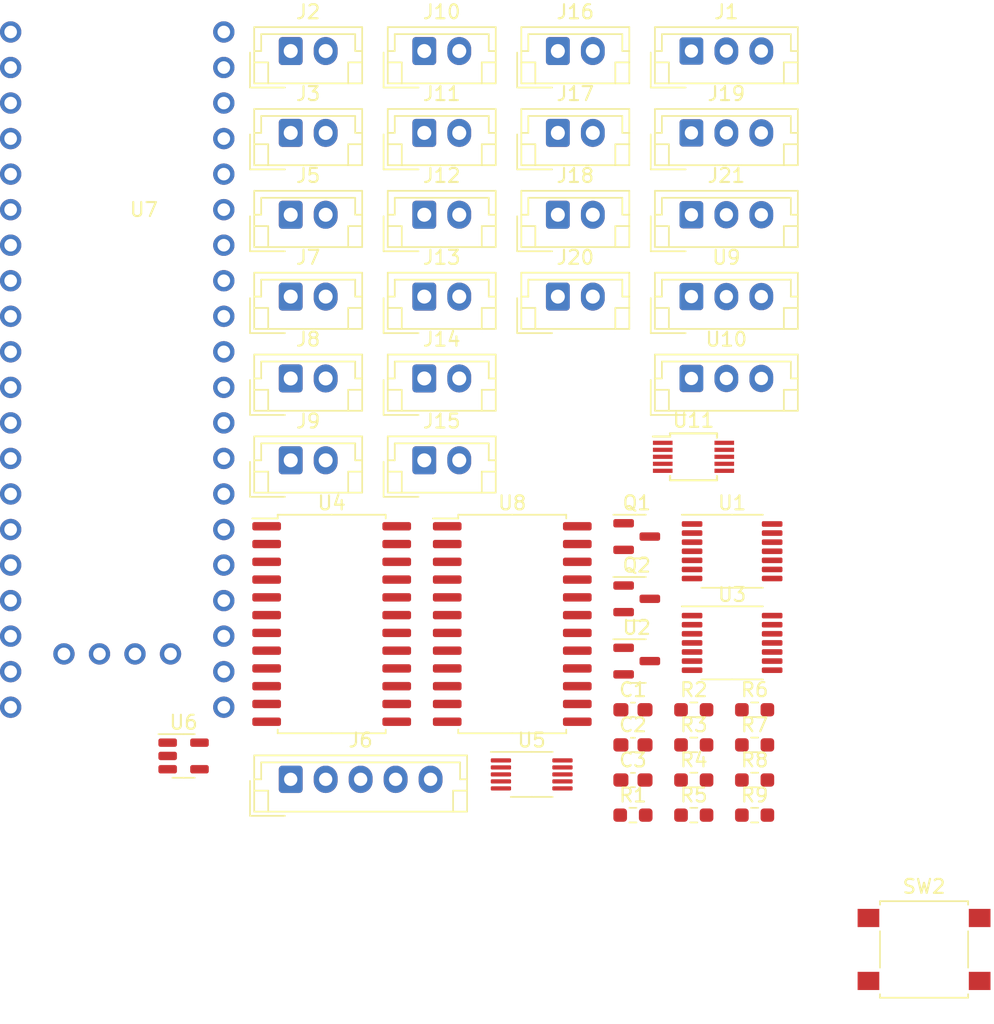
<source format=kicad_pcb>
(kicad_pcb (version 20221018) (generator pcbnew)
  (layers (0 "F.Cu" signal) (31 "B.Cu" signal) (34 "B.Paste" user) (35 "F.Paste" user) (36 "B.SilkS" user "B.Silkscreen") (37 "F.SilkS" user "F.Silkscreen") (38 "B.Mask" user) (39 "F.Mask" user) (44 "Edge.Cuts" user))
  (net 0 "")
  (net 1 "3.3V")
  (net 2 "0")
  (net 3 "1.8V")
  (net 4 "5V")
  (net 5 "12V")
  (net 6 "Net-(J2-Pin_2)")
  (net 7 "Net-(J3-Pin_2)")
  (net 8 "D0")
  (net 9 "A0")
  (net 10 "COMMON_MUX_A")
  (net 11 "COMMON_MUX_B")
  (net 12 "DIVIDER")
  (net 13 "D1")
  (net 14 "A1")
  (net 15 "D2")
  (net 16 "A2")
  (net 17 "D4")
  (net 18 "A4")
  (net 19 "D5")
  (net 20 "A5")
  (net 21 "D6")
  (net 22 "A6")
  (net 23 "D3")
  (net 24 "A3")
  (net 25 "D8")
  (net 26 "A8")
  (net 27 "D9")
  (net 28 "A9")
  (net 29 "D10")
  (net 30 "A10")
  (net 31 "D11")
  (net 32 "A11")
  (net 33 "D12")
  (net 34 "A12")
  (net 35 "D13")
  (net 36 "A13")
  (net 37 "input_sense")
  (net 39 "D7")
  (net 40 "A7")
  (net 41 "input_10")
  (net 42 "input_1000")
  (net 43 "MIXER")
  (net 44 "Net-(Q1-G)")
  (net 45 "Net-(Q2-G)")
  (net 46 "4V_ref")
  (net 47 "Net-(R2-Pad2)")
  (net 48 "FC1")
  (net 49 "FC2")
  (net 50 "DIVIDER_R")
  (net 51 "Net-(SW2-A-Pad1)")
  (net 52 "Net-(U11-IN+)")
  (net 53 "Net-(U1A-+)")
  (net 57 "Net-(U3D-+)")
  (net 58 "Net-(U3D--)")
  (net 59 "INPUT0")
  (net 60 "INPUT1")
  (net 61 "INPUT3")
  (net 62 "INPUT2")
  (net 76 "OUTPUT0")
  (net 77 "OUTPUT1")
  (net 78 "OUTPUT2")
  (net 79 "OUTPUT3")
  (net 83 "USBDM")
  (net 84 "USBDP")
  (net 86 "T2")
  (net 87 "T1")
  (net 88 "Net-(SW1-PadS2)")
  (net 89 "Net-(SW1-PadA)")
  (net 90 "Net-(SW1-PadB)")
  (footprint "Connector_JST:JST_EH_B2B-EH-A_1x02_P2.50mm_Vertical" (layer "F.Cu") (at 54.4675 40.14)
    (fp_text reference "J13" (at 1.25 -2.8) (layer "F.SilkS"))
    (fp_text value "Conn_01x02_Socket")
    (pad "1" thru_hole roundrect (at 0 0) (size 1.7 2) (drill 1) (layers "*.Cu" "*.Mask") (roundrect_rratio 0.147059) (net 25 "D8"))
    (pad "2" thru_hole oval (at 2.5 0) (size 1.7 2) (drill 1) (layers "*.Cu" "*.Mask") (net 26 "A8"))
  )
  (footprint "Package_SO:SOIC-24W_7.5x15.4mm_P1.27mm" (layer "F.Cu") (at 60.7575 63.54)
    (fp_text reference "U8" (at 0 -8.65) (layer "F.SilkS"))
    (fp_text value "CD74HC4067M")
    (pad "1" smd roundrect (at -4.65 -6.985) (size 2.05 0.6) (layers "F.Cu" "F.Paste" "F.Mask") (net 58 "Net-(U3D--)"))
    (pad "2" smd roundrect (at -4.65 -5.715) (size 2.05 0.6) (layers "F.Cu" "F.Paste" "F.Mask") (net 39 "D7"))
    (pad "3" smd roundrect (at -4.65 -4.445) (size 2.05 0.6) (layers "F.Cu" "F.Paste" "F.Mask") (net 21 "D6"))
    (pad "4" smd roundrect (at -4.65 -3.175) (size 2.05 0.6) (layers "F.Cu" "F.Paste" "F.Mask") (net 19 "D5"))
    (pad "5" smd roundrect (at -4.65 -1.905) (size 2.05 0.6) (layers "F.Cu" "F.Paste" "F.Mask") (net 17 "D4"))
    (pad "6" smd roundrect (at -4.65 -0.635) (size 2.05 0.6) (layers "F.Cu" "F.Paste" "F.Mask") (net 23 "D3"))
    (pad "7" smd roundrect (at -4.65 0.635) (size 2.05 0.6) (layers "F.Cu" "F.Paste" "F.Mask") (net 15 "D2"))
    (pad "8" smd roundrect (at -4.65 1.905) (size 2.05 0.6) (layers "F.Cu" "F.Paste" "F.Mask") (net 13 "D1"))
    (pad "9" smd roundrect (at -4.65 3.175) (size 2.05 0.6) (layers "F.Cu" "F.Paste" "F.Mask") (net 8 "D0"))
    (pad "10" smd roundrect (at -4.65 4.445) (size 2.05 0.6) (layers "F.Cu" "F.Paste" "F.Mask") (net 76 "OUTPUT0"))
    (pad "11" smd roundrect (at -4.65 5.715) (size 2.05 0.6) (layers "F.Cu" "F.Paste" "F.Mask") (net 77 "OUTPUT1"))
    (pad "12" smd roundrect (at -4.65 6.985) (size 2.05 0.6) (layers "F.Cu" "F.Paste" "F.Mask") (net 2 "0"))
    (pad "13" smd roundrect (at 4.65 6.985) (size 2.05 0.6) (layers "F.Cu" "F.Paste" "F.Mask") (net 79 "OUTPUT3"))
    (pad "14" smd roundrect (at 4.65 5.715) (size 2.05 0.6) (layers "F.Cu" "F.Paste" "F.Mask") (net 78 "OUTPUT2"))
    (pad "15" smd roundrect (at 4.65 4.445) (size 2.05 0.6) (layers "F.Cu" "F.Paste" "F.Mask") (net 2 "0"))
    (pad "16" smd roundrect (at 4.65 3.175) (size 2.05 0.6) (layers "F.Cu" "F.Paste" "F.Mask"))
    (pad "17" smd roundrect (at 4.65 1.905) (size 2.05 0.6) (layers "F.Cu" "F.Paste" "F.Mask"))
    (pad "18" smd roundrect (at 4.65 0.635) (size 2.05 0.6) (layers "F.Cu" "F.Paste" "F.Mask") (net 35 "D13"))
    (pad "19" smd roundrect (at 4.65 -0.635) (size 2.05 0.6) (layers "F.Cu" "F.Paste" "F.Mask") (net 33 "D12"))
    (pad "20" smd roundrect (at 4.65 -1.905) (size 2.05 0.6) (layers "F.Cu" "F.Paste" "F.Mask") (net 31 "D11"))
    (pad "21" smd roundrect (at 4.65 -3.175) (size 2.05 0.6) (layers "F.Cu" "F.Paste" "F.Mask") (net 29 "D10"))
    (pad "22" smd roundrect (at 4.65 -4.445) (size 2.05 0.6) (layers "F.Cu" "F.Paste" "F.Mask") (net 27 "D9"))
    (pad "23" smd roundrect (at 4.65 -5.715) (size 2.05 0.6) (layers "F.Cu" "F.Paste" "F.Mask") (net 25 "D8"))
    (pad "24" smd roundrect (at 4.65 -6.985) (size 2.05 0.6) (layers "F.Cu" "F.Paste" "F.Mask") (net 4 "5V"))
  )
  (footprint "Package_SO:MSOP-10_3x3mm_P0.5mm" (layer "F.Cu") (at 73.7175 51.59)
    (fp_text reference "U11" (at 0 -2.6) (layer "F.SilkS"))
    (fp_text value "MCP33141D-05")
    (pad "1" smd rect (at -2.2 -1) (size 1.4 0.3) (layers "F.Cu" "F.Paste" "F.Mask") (net 46 "4V_ref"))
    (pad "2" smd rect (at -2.2 -0.5) (size 1.4 0.3) (layers "F.Cu" "F.Paste" "F.Mask") (net 3 "1.8V"))
    (pad "3" smd rect (at -2.2 0) (size 1.4 0.3) (layers "F.Cu" "F.Paste" "F.Mask") (net 52 "Net-(U11-IN+)"))
    (pad "4" smd rect (at -2.2 0.5) (size 1.4 0.3) (layers "F.Cu" "F.Paste" "F.Mask") (net 2 "0"))
    (pad "5" smd rect (at -2.2 1) (size 1.4 0.3) (layers "F.Cu" "F.Paste" "F.Mask") (net 2 "0"))
    (pad "6" smd rect (at 2.2 1) (size 1.4 0.3) (layers "F.Cu" "F.Paste" "F.Mask"))
    (pad "7" smd rect (at 2.2 0.5) (size 1.4 0.3) (layers "F.Cu" "F.Paste" "F.Mask"))
    (pad "8" smd rect (at 2.2 0) (size 1.4 0.3) (layers "F.Cu" "F.Paste" "F.Mask"))
    (pad "9" smd rect (at 2.2 -0.5) (size 1.4 0.3) (layers "F.Cu" "F.Paste" "F.Mask"))
    (pad "10" smd rect (at 2.2 -1) (size 1.4 0.3) (layers "F.Cu" "F.Paste" "F.Mask") (net 1 "3.3V"))
  )
  (footprint "Connector_JST:JST_EH_B2B-EH-A_1x02_P2.50mm_Vertical" (layer "F.Cu") (at 64.0175 28.44)
    (fp_text reference "J17" (at 1.25 -2.8) (layer "F.SilkS"))
    (fp_text value "Conn_01x02_Socket")
    (pad "1" thru_hole roundrect (at 0 0) (size 1.7 2) (drill 1) (layers "*.Cu" "*.Mask") (roundrect_rratio 0.147059) (net 33 "D12"))
    (pad "2" thru_hole oval (at 2.5 0) (size 1.7 2) (drill 1) (layers "*.Cu" "*.Mask") (net 34 "A12"))
  )
  (footprint "Package_SO:TSSOP-14_4.4x5mm_P0.65mm" (layer "F.Cu") (at 76.4775 64.89)
    (fp_text reference "U3" (at 0 -3.45) (layer "F.SilkS"))
    (fp_text value "NCS21804")
    (pad "1" smd roundrect (at -2.8625 -1.95) (size 1.475 0.4) (layers "F.Cu" "F.Paste" "F.Mask"))
    (pad "2" smd roundrect (at -2.8625 -1.3) (size 1.475 0.4) (layers "F.Cu" "F.Paste" "F.Mask"))
    (pad "3" smd roundrect (at -2.8625 -0.65) (size 1.475 0.4) (layers "F.Cu" "F.Paste" "F.Mask"))
    (pad "4" smd roundrect (at -2.8625 0) (size 1.475 0.4) (layers "F.Cu" "F.Paste" "F.Mask") (net 4 "5V"))
    (pad "5" smd roundrect (at -2.8625 0.65) (size 1.475 0.4) (layers "F.Cu" "F.Paste" "F.Mask"))
    (pad "6" smd roundrect (at -2.8625 1.3) (size 1.475 0.4) (layers "F.Cu" "F.Paste" "F.Mask"))
    (pad "7" smd roundrect (at -2.8625 1.95) (size 1.475 0.4) (layers "F.Cu" "F.Paste" "F.Mask"))
    (pad "8" smd roundrect (at 2.8625 1.95) (size 1.475 0.4) (layers "F.Cu" "F.Paste" "F.Mask") (net 12 "DIVIDER"))
    (pad "9" smd roundrect (at 2.8625 1.3) (size 1.475 0.4) (layers "F.Cu" "F.Paste" "F.Mask") (net 12 "DIVIDER"))
    (pad "10" smd roundrect (at 2.8625 0.65) (size 1.475 0.4) (layers "F.Cu" "F.Paste" "F.Mask") (net 50 "DIVIDER_R"))
    (pad "11" smd roundrect (at 2.8625 0) (size 1.475 0.4) (layers "F.Cu" "F.Paste" "F.Mask") (net 2 "0"))
    (pad "12" smd roundrect (at 2.8625 -0.65) (size 1.475 0.4) (layers "F.Cu" "F.Paste" "F.Mask") (net 57 "Net-(U3D-+)"))
    (pad "13" smd roundrect (at 2.8625 -1.3) (size 1.475 0.4) (layers "F.Cu" "F.Paste" "F.Mask") (net 58 "Net-(U3D--)"))
    (pad "14" smd roundrect (at 2.8625 -1.95) (size 1.475 0.4) (layers "F.Cu" "F.Paste" "F.Mask") (net 58 "Net-(U3D--)"))
  )
  (footprint "Connector_JST:JST_EH_B5B-EH-A_1x05_P2.50mm_Vertical" (layer "F.Cu") (at 44.9175 74.64)
    (fp_text reference "J6" (at 5 -2.8) (layer "F.SilkS"))
    (fp_text value "Conn_01x05_Pin")
    (pad "1" thru_hole roundrect (at 0 0) (size 1.7 1.95) (drill 0.95) (layers "*.Cu" "*.Mask") (roundrect_rratio 0.147059) (net 4 "5V"))
    (pad "2" thru_hole oval (at 2.5 0) (size 1.7 1.95) (drill 0.95) (layers "*.Cu" "*.Mask") (net 10 "COMMON_MUX_A"))
    (pad "3" thru_hole oval (at 5 0) (size 1.7 1.95) (drill 0.95) (layers "*.Cu" "*.Mask") (net 11 "COMMON_MUX_B"))
    (pad "4" thru_hole oval (at 7.5 0) (size 1.7 1.95) (drill 0.95) (layers "*.Cu" "*.Mask") (net 12 "DIVIDER"))
    (pad "5" thru_hole oval (at 10 0) (size 1.7 1.95) (drill 0.95) (layers "*.Cu" "*.Mask") (net 2 "0"))
  )
  (footprint "Package_SO:VSSOP-10_3x3mm_P0.5mm" (layer "F.Cu") (at 62.1475 74.29)
    (fp_text reference "U5" (at 0 -2.45) (layer "F.SilkS"))
    (fp_text value "DAC60501")
    (pad "1" smd roundrect (at -2.2 -1) (size 1.45 0.3) (layers "F.Cu" "F.Paste" "F.Mask") (net 4 "5V"))
    (pad "2" smd roundrect (at -2.2 -0.5) (size 1.45 0.3) (layers "F.Cu" "F.Paste" "F.Mask") (net 57 "Net-(U3D-+)"))
    (pad "3" smd roundrect (at -2.2 0) (size 1.45 0.3) (layers "F.Cu" "F.Paste" "F.Mask"))
    (pad "4" smd roundrect (at -2.2 0.5) (size 1.45 0.3) (layers "F.Cu" "F.Paste" "F.Mask") (net 2 "0"))
    (pad "5" smd roundrect (at -2.2 1) (size 1.45 0.3) (layers "F.Cu" "F.Paste" "F.Mask"))
    (pad "6" smd roundrect (at 2.2 1) (size 1.45 0.3) (layers "F.Cu" "F.Paste" "F.Mask"))
    (pad "7" smd roundrect (at 2.2 0.5) (size 1.45 0.3) (layers "F.Cu" "F.Paste" "F.Mask"))
    (pad "8" smd roundrect (at 2.2 0) (size 1.45 0.3) (layers "F.Cu" "F.Paste" "F.Mask"))
    (pad "9" smd roundrect (at 2.2 -0.5) (size 1.45 0.3) (layers "F.Cu" "F.Paste" "F.Mask"))
    (pad "10" smd roundrect (at 2.2 -1) (size 1.45 0.3) (layers "F.Cu" "F.Paste" "F.Mask") (net 46 "4V_ref"))
  )
  (footprint "Package_TO_SOT_SMD:SOT-23" (layer "F.Cu") (at 69.6575 61.74)
    (fp_text reference "Q2" (at 0 -2.4) (layer "F.SilkS"))
    (fp_text value "DMN3023L")
    (pad "1" smd roundrect (at -0.9375 -0.95) (size 1.475 0.6) (layers "F.Cu" "F.Paste" "F.Mask") (net 45 "Net-(Q2-G)"))
    (pad "2" smd roundrect (at -0.9375 0.95) (size 1.475 0.6) (layers "F.Cu" "F.Paste" "F.Mask") (net 2 "0"))
    (pad "3" smd roundrect (at 0.9375 0) (size 1.475 0.6) (layers "F.Cu" "F.Paste" "F.Mask") (net 7 "Net-(J3-Pin_2)"))
  )
  (footprint "Connector_JST:JST_EH_B2B-EH-A_1x02_P2.50mm_Vertical" (layer "F.Cu") (at 64.0175 40.14)
    (fp_text reference "J20" (at 1.25 -2.8) (layer "F.SilkS"))
    (fp_text value "Conn_01x02_Socket")
    (pad "1" thru_hole roundrect (at 0 0) (size 1.7 2) (drill 1) (layers "*.Cu" "*.Mask") (roundrect_rratio 0.147059) (net 39 "D7"))
    (pad "2" thru_hole oval (at 2.5 0) (size 1.7 2) (drill 1) (layers "*.Cu" "*.Mask") (net 40 "A7"))
  )
  (footprint "Connector_JST:JST_EH_B2B-EH-A_1x02_P2.50mm_Vertical" (layer "F.Cu") (at 54.4675 34.29)
    (fp_text reference "J12" (at 1.25 -2.8) (layer "F.SilkS"))
    (fp_text value "Conn_01x02_Socket")
    (pad "1" thru_hole roundrect (at 0 0) (size 1.7 2) (drill 1) (layers "*.Cu" "*.Mask") (roundrect_rratio 0.147059) (net 23 "D3"))
    (pad "2" thru_hole oval (at 2.5 0) (size 1.7 2) (drill 1) (layers "*.Cu" "*.Mask") (net 24 "A3"))
  )
  (footprint "Resistor_SMD:R_0603_1608Metric_Pad0.98x0.95mm_HandSolder" (layer "F.Cu") (at 78.0875 69.67)
    (fp_text reference "R6" (at 0 -1.43) (layer "F.SilkS"))
    (fp_text value "3.3k")
    (pad "1" smd roundrect (at -0.9125 0) (size 0.975 0.95) (layers "F.Cu" "F.Paste" "F.Mask") (net 41 "input_10"))
    (pad "2" smd roundrect (at 0.9125 0) (size 0.975 0.95) (layers "F.Cu" "F.Paste" "F.Mask") (net 50 "DIVIDER_R"))
  )
  (footprint "Resistor_SMD:R_0603_1608Metric_Pad0.98x0.95mm_HandSolder" (layer "F.Cu") (at 73.7375 74.69)
    (fp_text reference "R4" (at 0 -1.43) (layer "F.SilkS"))
    (fp_text value "220")
    (pad "1" smd roundrect (at -0.9125 0) (size 0.975 0.95) (layers "F.Cu" "F.Paste" "F.Mask") (net 49 "FC2"))
    (pad "2" smd roundrect (at 0.9125 0) (size 0.975 0.95) (layers "F.Cu" "F.Paste" "F.Mask") (net 45 "Net-(Q2-G)"))
  )
  (footprint "Capacitor_SMD:C_0603_1608Metric_Pad1.08x0.95mm_HandSolder" (layer "F.Cu") (at 69.3875 69.67)
    (fp_text reference "C1" (at 0 -1.43) (layer "F.SilkS"))
    (fp_text value "1u")
    (pad "1" smd roundrect (at -0.8625 0) (size 1.075 0.95) (layers "F.Cu" "F.Paste" "F.Mask") (net 1 "3.3V"))
    (pad "2" smd roundrect (at 0.8625 0) (size 1.075 0.95) (layers "F.Cu" "F.Paste" "F.Mask") (net 2 "0"))
  )
  (footprint "Connector_JST:JST_EH_B2B-EH-A_1x02_P2.50mm_Vertical" (layer "F.Cu") (at 64.0175 22.59)
    (fp_text reference "J16" (at 1.25 -2.8) (layer "F.SilkS"))
    (fp_text value "Conn_01x02_Socket")
    (pad "1" thru_hole roundrect (at 0 0) (size 1.7 2) (drill 1) (layers "*.Cu" "*.Mask") (roundrect_rratio 0.147059) (net 31 "D11"))
    (pad "2" thru_hole oval (at 2.5 0) (size 1.7 2) (drill 1) (layers "*.Cu" "*.Mask") (net 32 "A11"))
  )
  (footprint "Connector_JST:JST_EH_B2B-EH-A_1x02_P2.50mm_Vertical" (layer "F.Cu") (at 54.4675 22.59)
    (fp_text reference "J10" (at 1.25 -2.8) (layer "F.SilkS"))
    (fp_text value "Conn_01x02_Socket")
    (pad "1" thru_hole roundrect (at 0 0) (size 1.7 2) (drill 1) (layers "*.Cu" "*.Mask") (roundrect_rratio 0.147059) (net 19 "D5"))
    (pad "2" thru_hole oval (at 2.5 0) (size 1.7 2) (drill 1) (layers "*.Cu" "*.Mask") (net 20 "A5"))
  )
  (footprint "Connector_JST:JST_EH_B2B-EH-A_1x02_P2.50mm_Vertical" (layer "F.Cu") (at 44.9175 40.14)
    (fp_text reference "J7" (at 1.25 -2.8) (layer "F.SilkS"))
    (fp_text value "Conn_01x02_Socket")
    (pad "1" thru_hole roundrect (at 0 0) (size 1.7 2) (drill 1) (layers "*.Cu" "*.Mask") (roundrect_rratio 0.147059) (net 13 "D1"))
    (pad "2" thru_hole oval (at 2.5 0) (size 1.7 2) (drill 1) (layers "*.Cu" "*.Mask") (net 14 "A1"))
  )
  (footprint "Connector_JST:JST_EH_B2B-EH-A_1x02_P2.50mm_Vertical" (layer "F.Cu") (at 54.4675 45.99)
    (fp_text reference "J14" (at 1.25 -2.8) (layer "F.SilkS"))
    (fp_text value "Conn_01x02_Socket")
    (pad "1" thru_hole roundrect (at 0 0) (size 1.7 2) (drill 1) (layers "*.Cu" "*.Mask") (roundrect_rratio 0.147059) (net 27 "D9"))
    (pad "2" thru_hole oval (at 2.5 0) (size 1.7 2) (drill 1) (layers "*.Cu" "*.Mask") (net 28 "A9"))
  )
  (footprint "Capacitor_SMD:C_0603_1608Metric_Pad1.08x0.95mm_HandSolder" (layer "F.Cu") (at 69.3875 74.69)
    (fp_text reference "C3" (at 0 -1.43) (layer "F.SilkS"))
    (fp_text value "100n")
    (pad "1" smd roundrect (at -0.8625 0) (size 1.075 0.95) (layers "F.Cu" "F.Paste" "F.Mask") (net 4 "5V"))
    (pad "2" smd roundrect (at 0.8625 0) (size 1.075 0.95) (layers "F.Cu" "F.Paste" "F.Mask") (net 2 "0"))
  )
  (footprint "Resistor_SMD:R_0603_1608Metric_Pad0.98x0.95mm_HandSolder" (layer "F.Cu") (at 78.0875 77.2)
    (fp_text reference "R9" (at 0 -1.43) (layer "F.SilkS"))
    (fp_text value "1k")
    (pad "1" smd roundrect (at -0.9125 0) (size 0.975 0.95) (layers "F.Cu" "F.Paste" "F.Mask") (net 2 "0"))
    (pad "2" smd roundrect (at 0.9125 0) (size 0.975 0.95) (layers "F.Cu" "F.Paste" "F.Mask") (net 12 "DIVIDER"))
  )
  (footprint "Package_TO_SOT_SMD:SOT-23" (layer "F.Cu") (at 69.6575 66.19)
    (fp_text reference "U2" (at 0 -2.4) (layer "F.SilkS"))
    (fp_text value "LM4040DBZ-4.1")
    (pad "1" smd roundrect (at -0.9375 -0.95) (size 1.475 0.6) (layers "F.Cu" "F.Paste" "F.Mask") (net 46 "4V_ref"))
    (pad "2" smd roundrect (at -0.9375 0.95) (size 1.475 0.6) (layers "F.Cu" "F.Paste" "F.Mask") (net 2 "0"))
    (pad "3" smd roundrect (at 0.9375 0) (size 1.475 0.6) (layers "F.Cu" "F.Paste" "F.Mask"))
  )
  (footprint "Package_TO_SOT_SMD:SOT-23" (layer "F.Cu") (at 69.6575 57.29)
    (fp_text reference "Q1" (at 0 -2.4) (layer "F.SilkS"))
    (fp_text value "DMN3023L")
    (pad "1" smd roundrect (at -0.9375 -0.95) (size 1.475 0.6) (layers "F.Cu" "F.Paste" "F.Mask") (net 44 "Net-(Q1-G)"))
    (pad "2" smd roundrect (at -0.9375 0.95) (size 1.475 0.6) (layers "F.Cu" "F.Paste" "F.Mask") (net 2 "0"))
    (pad "3" smd roundrect (at 0.9375 0) (size 1.475 0.6) (layers "F.Cu" "F.Paste" "F.Mask") (net 6 "Net-(J2-Pin_2)"))
  )
  (footprint "Connector_JST:JST_EH_B2B-EH-A_1x02_P2.50mm_Vertical" (layer "F.Cu") (at 44.9175 51.84)
    (fp_text reference "J9" (at 1.25 -2.8) (layer "F.SilkS"))
    (fp_text value "Conn_01x02_Socket")
    (pad "1" thru_hole roundrect (at 0 0) (size 1.7 2) (drill 1) (layers "*.Cu" "*.Mask") (roundrect_rratio 0.147059) (net 17 "D4"))
    (pad "2" thru_hole oval (at 2.5 0) (size 1.7 2) (drill 1) (layers "*.Cu" "*.Mask") (net 18 "A4"))
  )
  (footprint "Connector_JST:JST_EH_B2B-EH-A_1x02_P2.50mm_Vertical" (layer "F.Cu") (at 64.0175 34.29)
    (fp_text reference "J18" (at 1.25 -2.8) (layer "F.SilkS"))
    (fp_text value "Conn_01x02_Socket")
    (pad "1" thru_hole roundrect (at 0 0) (size 1.7 2) (drill 1) (layers "*.Cu" "*.Mask") (roundrect_rratio 0.147059) (net 35 "D13"))
    (pad "2" thru_hole oval (at 2.5 0) (size 1.7 2) (drill 1) (layers "*.Cu" "*.Mask") (net 36 "A13"))
  )
  (footprint "Resistor_SMD:R_0603_1608Metric_Pad0.98x0.95mm_HandSolder" (layer "F.Cu") (at 73.7375 72.18)
    (fp_text reference "R3" (at 0 -1.43) (layer "F.SilkS"))
    (fp_text value "220")
    (pad "1" smd roundrect (at -0.9125 0) (size 0.975 0.95) (layers "F.Cu" "F.Paste" "F.Mask") (net 48 "FC1"))
    (pad "2" smd roundrect (at 0.9125 0) (size 0.975 0.95) (layers "F.Cu" "F.Paste" "F.Mask") (net 44 "Net-(Q1-G)"))
  )
  (footprint "Resistor_SMD:R_0603_1608Metric_Pad0.98x0.95mm_HandSolder" (layer "F.Cu") (at 69.3875 77.2)
    (fp_text reference "R1" (at 0 -1.43) (layer "F.SilkS"))
    (fp_text value "1k")
    (pad "1" smd roundrect (at -0.9125 0) (size 0.975 0.95) (layers "F.Cu" "F.Paste" "F.Mask") (net 4 "5V"))
    (pad "2" smd roundrect (at 0.9125 0) (size 0.975 0.95) (layers "F.Cu" "F.Paste" "F.Mask") (net 46 "4V_ref"))
  )
  (footprint "Connector_JST:JST_EH_B2B-EH-A_1x02_P2.50mm_Vertical" (layer "F.Cu") (at 54.4675 28.44)
    (fp_text reference "J11" (at 1.25 -2.8) (layer "F.SilkS"))
    (fp_text value "Conn_01x02_Socket")
    (pad "1" thru_hole roundrect (at 0 0) (size 1.7 2) (drill 1) (layers "*.Cu" "*.Mask") (roundrect_rratio 0.147059) (net 21 "D6"))
    (pad "2" thru_hole oval (at 2.5 0) (size 1.7 2) (drill 1) (layers "*.Cu" "*.Mask") (net 22 "A6"))
  )
  (footprint "Connector_JST:JST_EH_B3B-EH-A_1x03_P2.50mm_Vertical" (layer "F.Cu") (at 73.5675 34.29)
    (fp_text reference "J21" (at 2.5 -2.8) (layer "F.SilkS"))
    (fp_text value "Conn_01x03_Pin")
    (pad "1" thru_hole roundrect (at 0 0) (size 1.7 1.95) (drill 0.95) (layers "*.Cu" "*.Mask") (roundrect_rratio 0.147059) (net 41 "input_10"))
    (pad "2" thru_hole oval (at 2.5 0) (size 1.7 1.95) (drill 0.95) (layers "*.Cu" "*.Mask") (net 42 "input_1000"))
    (pad "3" thru_hole oval (at 5 0) (size 1.7 1.95) (drill 0.95) (layers "*.Cu" "*.Mask") (net 43 "MIXER"))
  )
  (footprint "blue_pill:blue_pill" (layer "F.Cu") (at 34.4195 42.182)
    (fp_text reference "U7" (at 0 -8.255) (layer "F.SilkS"))
    (fp_text value "BP")
    (pad "3V3" thru_hole circle (at -9.525 27.305) (size 1.524 1.524) (drill 0.9) (layers "*.Cu" "*.Mask"))
    (pad "3V3" thru_hole circle (at -5.715 23.495) (size 1.524 1.524) (drill 0.9) (layers "*.Cu" "*.Mask"))
    (pad "3V3" thru_hole circle (at 5.715 -15.875) (size 1.524 1.524) (drill 0.9) (layers "*.Cu" "*.Mask"))
    (pad "5V" thru_hole circle (at -9.525 22.225) (size 1.524 1.524) (drill 0.9) (layers "*.Cu" "*.Mask"))
    (pad "G" thru_hole circle (at -9.525 24.765) (size 1.524 1.524) (drill 0.9) (layers "*.Cu" "*.Mask"))
    (pad "G" thru_hole circle (at 1.905 23.495) (size 1.524 1.524) (drill 0.9) (layers "*.Cu" "*.Mask"))
    (pad "G" thru_hole circle (at 5.715 -20.955) (size 1.524 1.524) (drill 0.9) (layers "*.Cu" "*.Mask"))
    (pad "G" thru_hole circle (at 5.715 -18.415) (size 1.524 1.524) (drill 0.9) (layers "*.Cu" "*.Mask"))
    (pad "NRST" thru_hole circle (at 5.715 -13.335) (size 1.524 1.524) (drill 0.9) (layers "*.Cu" "*.Mask"))
    (pad "PA0" thru_hole circle (at 5.715 17.145) (size 1.524 1.524) (drill 0.9) (layers "*.Cu" "*.Mask"))
    (pad "PA1" thru_hole circle (at 5.715 14.605) (size 1.524 1.524) (drill 0.9) (layers "*.Cu" "*.Mask"))
    (pad "PA2" thru_hole circle (at 5.715 12.065) (size 1.524 1.524) (drill 0.9) (layers "*.Cu" "*.Mask"))
    (pad "PA3" thru_hole circle (at 5.715 9.525) (size 1.524 1.524) (drill 0.9) (layers "*.Cu" "*.Mask"))
    (pad "PA4" thru_hole circle (at 5.715 6.985) (size 1.524 1.524) (drill 0.9) (layers "*.Cu" "*.Mask") (net 76 "OUTPUT0"))
    (pad "PA5" thru_hole circle (at 5.715 4.445) (size 1.524 1.524) (drill 0.9) (layers "*.Cu" "*.Mask") (net 77 "OUTPUT1"))
    (pad "PA6" thru_hole circle (at 5.715 1.905) (size 1.524 1.524) (drill 0.9) (layers "*.Cu" "*.Mask") (net 78 "OUTPUT2"))
    (pad "PA7" thru_hole circle (at 5.715 -0.635) (size 1.524 1.524) (drill 0.9) (layers "*.Cu" "*.Mask") (net 79 "OUTPUT3"))
    (pad "PA8" thru_hole circle (at -9.525 -10.795) (size 1.524 1.524) (drill 0.9) (layers "*.Cu" "*.Mask"))
    (pad "PA9" thru_hole circle (at -9.525 -8.255) (size 1.524 1.524) (drill 0.9) (layers "*.Cu" "*.Mask"))
    (pad "PA10" thru_hole circle (at -9.525 -5.715) (size 1.524 1.524) (drill 0.9) (layers "*.Cu" "*.Mask"))
    (pad "PA11" thru_hole circle (at -9.525 -3.175) (size 1.524 1.524) (drill 0.9) (layers "*.Cu" "*.Mask") (net 83 "USBDM"))
    (pad "PA12" thru_hole circle (at -9.525 -0.635) (size 1.524 1.524) (drill 0.9) (layers "*.Cu" "*.Mask") (net 84 "USBDP"))
    (pad "PA15" thru_hole circle (at -9.525 1.905) (size 1.524 1.524) (drill 0.9) (layers "*.Cu" "*.Mask"))
    (pad "PB0" thru_hole circle (at 5.715 -3.175) (size 1.524 1.524) (drill 0.9) (layers "*.Cu" "*.Mask") (net 59 "INPUT0"))
    (pad "PB1" thru_hole circle (at 5.715 -5.715) (size 1.524 1.524) (drill 0.9) (layers "*.Cu" "*.Mask") (net 60 "INPUT1"))
    (pad "PB3" thru_hole circle (at -9.525 4.445) (size 1.524 1.524) (drill 0.9) (layers "*.Cu" "*.Mask") (net 48 "FC1"))
    (pad "PB4" thru_hole circle (at -9.525 6.985) (size 1.524 1.524) (drill 0.9) (layers "*.Cu" "*.Mask") (net 49 "FC2"))
    (pad "PB5" thru_hole circle (at -9.525 9.525) (size 1.524 1.524) (drill 0.9) (layers "*.Cu" "*.Mask") (net 86 "T2"))
    (pad "PB6" thru_hole circle (at -9.525 12.065) (size 1.524 1.524) (drill 0.9) (layers "*.Cu" "*.Mask") (net 87 "T1"))
    (pad "PB7" thru_hole circle (at -9.525 14.605) (size 1.524 1.524) (drill 0.9) (layers "*.Cu" "*.Mask") (net 88 "Net-(SW1-PadS2)"))
    (pad "PB8" thru_hole circle (at -9.525 17.145) (size 1.524 1.524) (drill 0.9) (layers "*.Cu" "*.Mask") (net 89 "Net-(SW1-PadA)"))
    (pad "PB9" thru_hole circle (at -9.525 19.685) (size 1.524 1.524) (drill 0.9) (layers "*.Cu" "*.Mask") (net 90 "Net-(SW1-PadB)"))
    (pad "PB10" thru_hole circle (at 5.715 -8.255) (size 1.524 1.524) (drill 0.9) (layers "*.Cu" "*.Mask") (net 62 "INPUT2"))
    (pad "PB11" thru_hole circle (at 5.715 -10.795) (size 1.524 1.524) (drill 0.9) (layers "*.Cu" "*.Mask") (net 61 "INPUT3"))
    (pad "PB12" thru_hole circle (at -9.525 -20.955) (size 1.524 1.524) (drill 0.9) (layers "*.Cu" "*.Mask"))
    (pad "PB13" thru_hole circle (at -9.525 -18.415) (size 1.524 1.524) (drill 0.9) (layers "*.Cu" "*.Mask"))
    (pad "PB14" thru_hole circle (at -9.525 -15.875) (size 1.524 1.524) (drill 0.9) (layers "*.Cu" "*.Mask"))
    (pad "PB15" thru_hole circle (at -9.525 -13.335) (size 1.524 1.524) (drill 0.9) (layers "*.Cu" "*.Mask"))
    (pad "PC13" thru_hole circle (at 5.715 24.765) (size 1.524 1.524) (drill 0.9) (layers "*.Cu" "*.Mask"))
    (pad "PC14" thru_hole circle (at 5.715 22.225) (size 1.524 1.524) (drill 0.9) (layers "*.Cu" "*.Mask"))
    (pad "PC15" thru_hole circle (at 5.715 19.685) (size 1.524 1.524) (drill 0.9) (layers "*.Cu" "*.Mask"))
    (pad "SWCLK" thru_hole circle (at -0.635 23.495) (size 1.524 1.524) (drill 0.9) (layers "*.Cu" "*.Mask"))
    (pad "SWO" thru_hole circle (at -3.175 23.495) (size 1.524 1.524) (drill 0.9) (layers "*.Cu" "*.Mask"))
    (pad "VBAT" thru_hole circle (at 5.715 27.305) (size 1.524 1.524) (drill 0.9) (layers "*.Cu" "*.Mask"))
  )
  (footprint "Capacitor_SMD:C_0603_1608Metric_Pad1.08x0.95mm_HandSolder" (layer "F.Cu") (at 69.3875 72.18)
    (fp_text reference "C2" (at 0 -1.43) (layer "F.SilkS"))
    (fp_text value "1u")
    (pad "1" smd roundrect (at -0.8625 0) (size 1.075 0.95) (layers "F.Cu" "F.Paste" "F.Mask") (net 3 "1.8V"))
    (pad "2" smd roundrect (at 0.8625 0) (size 1.075 0.95) (layers "F.Cu" "F.Paste" "F.Mask") (net 2 "0"))
  )
  (footprint "Connector_JST:JST_EH_B2B-EH-A_1x02_P2.50mm_Vertical" (layer "F.Cu") (at 54.4675 51.84)
    (fp_text reference "J15" (at 1.25 -2.8) (layer "F.SilkS"))
    (fp_text value "Conn_01x02_Socket")
    (pad "1" thru_hole roundrect (at 0 0) (size 1.7 2) (drill 1) (layers "*.Cu" "*.Mask") (roundrect_rratio 0.147059) (net 29 "D10"))
    (pad "2" thru_hole oval (at 2.5 0) (size 1.7 2) (drill 1) (layers "*.Cu" "*.Mask") (net 30 "A10"))
  )
  (footprint "Connector_JST:JST_EH_B2B-EH-A_1x02_P2.50mm_Vertical" (layer "F.Cu") (at 44.9175 22.59)
    (fp_text reference "J2" (at 1.25 -2.8) (layer "F.SilkS"))
    (fp_text value "Conn_01x02_Socket")
    (pad "1" thru_hole roundrect (at 0 0) (size 1.7 2) (drill 1) (layers "*.Cu" "*.Mask") (roundrect_rratio 0.147059) (net 5 "12V"))
    (pad "2" thru_hole oval (at 2.5 0) (size 1.7 2) (drill 1) (layers "*.Cu" "*.Mask") (net 6 "Net-(J2-Pin_2)"))
  )
  (footprint "Package_SO:TSSOP-14_4.4x5mm_P0.65mm" (layer "F.Cu") (at 76.4775 58.34)
    (fp_text reference "U1" (at 0 -3.45) (layer "F.SilkS"))
    (fp_text value "NCS21804")
    (pad "1" smd roundrect (at -2.8625 -1.95) (size 1.475 0.4) (layers "F.Cu" "F.Paste" "F.Mask") (net 52 "Net-(U11-IN+)"))
    (pad "2" smd roundrect (at -2.8625 -1.3) (size 1.475 0.4) (layers "F.Cu" "F.Paste" "F.Mask") (net 52 "Net-(U11-IN+)"))
    (pad "3" smd roundrect (at -2.8625 -0.65) (size 1.475 0.4) (layers "F.Cu" "F.Paste" "F.Mask") (net 53 "Net-(U1A-+)"))
    (pad "4" smd roundrect (at -2.8625 0) (size 1.475 0.4) (layers "F.Cu" "F.Paste" "F.Mask"))
    (pad "5" smd roundrect (at -2.8625 0.65) (size 1.475 0.4) (layers "F.Cu" "F.Paste" "F.Mask"))
    (pad "6" smd roundrect (at -2.8625 1.3) (size 1.475 0.4) (layers "F.Cu" "F.Paste" "F.Mask"))
    (pad "7" smd roundrect (at -2.8625 1.95) (size 1.475 0.4) (layers "F.Cu" "F.Paste" "F.Mask"))
    (pad "8" smd roundrect (at 2.8625 1.95) (size 1.475 0.4) (layers "F.Cu" "F.Paste" "F.Mask"))
    (pad "9" smd roundrect (at 2.8625 1.3) (size 1.475 0.4) (layers "F.Cu" "F.Paste" "F.Mask"))
    (pad "10" smd roundrect (at 2.8625 0.65) (size 1.475 0.4) (layers "F.Cu" "F.Paste" "F.Mask"))
    (pad "11" smd roundrect (at 2.8625 0) (size 1.475 0.4) (layers "F.Cu" "F.Paste" "F.Mask"))
    (pad "12" smd roundrect (at 2.8625 -0.65) (size 1.475 0.4) (layers "F.Cu" "F.Paste" "F.Mask"))
    (pad "13" smd roundrect (at 2.8625 -1.3) (size 1.475 0.4) (layers "F.Cu" "F.Paste" "F.Mask"))
    (pad "14" smd roundrect (at 2.8625 -1.95) (size 1.475 0.4) (layers "F.Cu" "F.Paste" "F.Mask"))
  )
  (footprint "Connector_JST:JST_EH_B2B-EH-A_1x02_P2.50mm_Vertical" (layer "F.Cu") (at 44.9175 45.99)
    (fp_text reference "J8" (at 1.25 -2.8) (layer "F.SilkS"))
    (fp_text value "Conn_01x02_Socket")
    (pad "1" thru_hole roundrect (at 0 0) (size 1.7 2) (drill 1) (layers "*.Cu" "*.Mask") (roundrect_rratio 0.147059) (net 15 "D2"))
    (pad "2" thru_hole oval (at 2.5 0) (size 1.7 2) (drill 1) (layers "*.Cu" "*.Mask") (net 16 "A2"))
  )
  (footprint "Package_TO_SOT_SMD:SOT-23-5" (layer "F.Cu") (at 37.2575 72.97)
    (fp_text reference "U6" (at 0 -2.4) (layer "F.SilkS"))
    (fp_text value "MIC5504-1.8YM5")
    (pad "1" smd roundrect (at -1.1375 -0.95) (size 1.325 0.6) (layers "F.Cu" "F.Paste" "F.Mask") (net 1 "3.3V"))
    (pad "2" smd roundrect (at -1.1375 0) (size 1.325 0.6) (layers "F.Cu" "F.Paste" "F.Mask") (net 2 "0"))
    (pad "3" smd roundrect (at -1.1375 0.95) (size 1.325 0.6) (layers "F.Cu" "F.Paste" "F.Mask") (net 1 "3.3V"))
    (pad "4" smd roundrect (at 1.1375 0.95) (size 1.325 0.6) (layers "F.Cu" "F.Paste" "F.Mask"))
    (pad "5" smd roundrect (at 1.1375 -0.95) (size 1.325 0.6) (layers "F.Cu" "F.Paste" "F.Mask") (net 3 "1.8V"))
  )
  (footprint "Resistor_SMD:R_0603_1608Metric_Pad0.98x0.95mm_HandSolder" (layer "F.Cu") (at 73.7375 77.2)
    (fp_text reference "R5" (at 0 -1.43) (layer "F.SilkS"))
    (fp_text value "90k")
    (pad "1" smd roundrect (at -0.9125 0) (size 0.975 0.95) (layers "F.Cu" "F.Paste" "F.Mask") (net 37 "input_sense"))
    (pad "2" smd roundrect (at 0.9125 0) (size 0.975 0.95) (layers "F.Cu" "F.Paste" "F.Mask") (net 41 "input_10"))
  )
  (footprint "Connector_JST:JST_EH_B3B-EH-A_1x03_P2.50mm_Vertical" (layer "F.Cu") (at 73.5675 28.44)
    (fp_text reference "J19" (at 2.5 -2.8) (layer "F.SilkS"))
    (fp_text value "Conn_01x03_Pin")
    (pad "1" thru_hole roundrect (at 0 0) (size 1.7 1.95) (drill 0.95) (layers "*.Cu" "*.Mask") (roundrect_rratio 0.147059) (net 37 "input_sense"))
    (pad "2" thru_hole oval (at 2.5 0) (size 1.7 1.95) (drill 0.95) (layers "*.Cu" "*.Mask"))
    (pad "3" thru_hole oval (at 5 0) (size 1.7 1.95) (drill 0.95) (layers "*.Cu" "*.Mask") (net 2 "0"))
  )
  (footprint "Package_SO:SOIC-24W_7.5x15.4mm_P1.27mm" (layer "F.Cu") (at 47.8475 63.54)
    (fp_text reference "U4" (at 0 -8.65) (layer "F.SilkS"))
    (fp_text value "CD74HC4067M")
    (pad "1" smd roundrect (at -4.65 -6.985) (size 2.05 0.6) (layers "F.Cu" "F.Paste" "F.Mask") (net 53 "Net-(U1A-+)"))
    (pad "2" smd roundrect (at -4.65 -5.715) (size 2.05 0.6) (layers "F.Cu" "F.Paste" "F.Mask") (net 40 "A7"))
    (pad "3" smd roundrect (at -4.65 -4.445) (size 2.05 0.6) (layers "F.Cu" "F.Paste" "F.Mask") (net 22 "A6"))
    (pad "4" smd roundrect (at -4.65 -3.175) (size 2.05 0.6) (layers "F.Cu" "F.Paste" "F.Mask") (net 20 "A5"))
    (pad "5" smd roundrect (at -4.65 -1.905) (size 2.05 0.6) (layers "F.Cu" "F.Paste" "F.Mask") (net 18 "A4"))
    (pad "6" smd roundrect (at -4.65 -0.635) (size 2.05 0.6) (layers "F.Cu" "F.Paste" "F.Mask") (net 24 "A3"))
    (pad "7" smd roundrect (at -4.65 0.635) (size 2.05 0.6) (layers "F.Cu" "F.Paste" "F.Mask") (net 16 "A2"))
    (pad "8" smd roundrect (at -4.65 1.905) (size 2.05 0.6) (layers "F.Cu" "F.Paste" "F.Mask") (net 14 "A1"))
    (pad "9" smd roundrect (at -4.65 3.175) (size 2.05 0.6) (layers "F.Cu" "F.Paste" "F.Mask") (net 9 "A0"))
    (pad "10" smd roundrect (at -4.65 4.445) (size 2.05 0.6) (layers "F.Cu" "F.Paste" "F.Mask") (net 59 "INPUT0"))
    (pad "11" smd roundrect (at -4.65 5.715) (size 2.05 0.6) (layers "F.Cu" "F.Paste" "F.Mask") (net 60 "INPUT1"))
    (pad "12" smd roundrect (at -4.65 6.985) (size 2.05 0.6) (layers "F.Cu" "F.Paste" "F.Mask") (net 2 "0"))
    (pad "13" smd roundrect (at 4.65 6.985) (size 2.05 0.6) (layers "F.Cu" "F.Paste" "F.Mask") (net 61 "INPUT3"))
    (pad "14" smd roundrect (at 4.65 5.715) (size 2.05 0.6) (layers "F.Cu" "F.Paste" "F.Mask") (net 62 "INPUT2"))
    (pad "15" smd roundrect (at 4.65 4.445) (size 2.05 0.6) (layers "F.Cu" "F.Paste" "F.Mask") (net 2 "0"))
    (pad "16" smd roundrect (at 4.65 3.175) (size 2.05 0.6) (layers "F.Cu" "F.Paste" "F.Mask") (net 12 "DIVIDER"))
    (pad "17" smd roundrect (at 4.65 1.905) (size 2.05 0.6) (layers "F.Cu" "F.Paste" "F.Mask"))
    (pad "18" smd roundrect (at 4.65 0.635) (size 2.05 0.6) (layers "F.Cu" "F.Paste" "F.Mask") (net 36 "A13"))
    (pad "19" smd roundrect (at 4.65 -0.635) (size 2.05 0.6) (layers "F.Cu" "F.Paste" "F.Mask") (net 34 "A12"))
    (pad "20" smd roundrect (at 4.65 -1.905) (size 2.05 0.6) (layers "F.Cu" "F.Paste" "F.Mask") (net 32 "A11"))
    (pad "21" smd roundrect (at 4.65 -3.175) (size 2.05 0.6) (layers "F.Cu" "F.Paste" "F.Mask") (net 30 "A10"))
    (pad "22" smd roundrect (at 4.65 -4.445) (size 2.05 0.6) (layers "F.Cu" "F.Paste" "F.Mask") (net 28 "A9"))
    (pad "23" smd roundrect (at 4.65 -5.715) (size 2.05 0.6) (layers "F.Cu" "F.Paste" "F.Mask") (net 26 "A8"))
    (pad "24" smd roundrect (at 4.65 -6.985) (size 2.05 0.6) (layers "F.Cu" "F.Paste" "F.Mask") (net 4 "5V"))
  )
  (footprint "Resistor_SMD:R_0603_1608Metric_Pad0.98x0.95mm_HandSolder" (layer "F.Cu") (at 73.7375 69.67)
    (fp_text reference "R2" (at 0 -1.43) (layer "F.SilkS"))
    (fp_text value "1k")
    (pad "1" smd roundrect (at -0.9125 0) (size 0.975 0.95) (layers "F.Cu" "F.Paste" "F.Mask") (net 4 "5V"))
    (pad "2" smd roundrect (at 0.9125 0) (size 0.975 0.95) (layers "F.Cu" "F.Paste" "F.Mask") (net 47 "Net-(R2-Pad2)"))
  )
  (footprint "Resistor_SMD:R_0603_1608Metric_Pad0.98x0.95mm_HandSolder" (layer "F.Cu") (at 78.0875 72.18)
    (fp_text reference "R7" (at 0 -1.43) (layer "F.SilkS"))
    (fp_text value "6.6k")
    (pad "1" smd roundrect (at -0.9125 0) (size 0.975 0.95) (layers "F.Cu" "F.Paste" "F.Mask") (net 50 "DIVIDER_R"))
    (pad "2" smd roundrect (at 0.9125 0) (size 0.975 0.95) (layers "F.Cu" "F.Paste" "F.Mask") (net 42 "input_1000"))
  )
  (footprint "Button_Switch_SMD:SW_SPST_B3S-1000" (layer "F.Cu") (at 90.2 86.8)
    (fp_text reference "SW2" (at 0 -4.5) (layer "F.SilkS"))
    (fp_text value "SW_MEC_5G")
    (pad "1" smd rect (at -3.975 -2.25) (size 1.55 1.3) (layers "F.Cu" "F.Paste" "F.Mask") (net 51 "Net-(SW2-A-Pad1)"))
    (pad "1" smd rect (at 3.975 -2.25) (size 1.55 1.3) (layers "F.Cu" "F.Paste" "F.Mask") (net 51 "Net-(SW2-A-Pad1)"))
    (pad "2" smd rect (at -3.975 2.25) (size 1.55 1.3) (layers "F.Cu" "F.Paste" "F.Mask") (net 51 "Net-(SW2-A-Pad1)"))
    (pad "2" smd rect (at 3.975 2.25) (size 1.55 1.3) (layers "F.Cu" "F.Paste" "F.Mask") (net 51 "Net-(SW2-A-Pad1)"))
  )
  (footprint "Resistor_SMD:R_0603_1608Metric_Pad0.98x0.95mm_HandSolder" (layer "F.Cu") (at 78.0875 74.69)
    (fp_text reference "R8" (at 0 -1.43) (layer "F.SilkS"))
    (fp_text value "100")
    (pad "1" smd roundrect (at -0.9125 0) (size 0.975 0.95) (layers "F.Cu" "F.Paste" "F.Mask") (net 42 "input_1000"))
    (pad "2" smd roundrect (at 0.9125 0) (size 0.975 0.95) (layers "F.Cu" "F.Paste" "F.Mask") (net 2 "0"))
  )
  (footprint "Connector_JST:JST_EH_B3B-EH-A_1x03_P2.50mm_Vertical" (layer "F.Cu") (at 73.5675 45.99)
    (fp_text reference "U10" (at 2.5 -2.8) (layer "F.SilkS"))
    (fp_text value "MCP9700x-ETT")
    (pad "1" thru_hole roundrect (at 0 0) (size 1.7 1.95) (drill 0.95) (layers "*.Cu" "*.Mask") (roundrect_rratio 0.147059) (net 4 "5V"))
    (pad "2" thru_hole oval (at 2.5 0) (size 1.7 1.95) (drill 0.95) (layers "*.Cu" "*.Mask") (net 86 "T2"))
    (pad "3" thru_hole oval (at 5 0) (size 1.7 1.95) (drill 0.95) (layers "*.Cu" "*.Mask") (net 2 "0"))
  )
  (footprint "Connector_JST:JST_EH_B2B-EH-A_1x02_P2.50mm_Vertical" (layer "F.Cu") (at 44.9175 28.44)
    (fp_text reference "J3" (at 1.25 -2.8) (layer "F.SilkS"))
    (fp_text value "Conn_01x02_Socket")
    (pad "1" thru_hole roundrect (at 0 0) (size 1.7 2) (drill 1) (layers "*.Cu" "*.Mask") (roundrect_rratio 0.147059) (net 5 "12V"))
    (pad "2" thru_hole oval (at 2.5 0) (size 1.7 2) (drill 1) (layers "*.Cu" "*.Mask") (net 7 "Net-(J3-Pin_2)"))
  )
  (footprint "Connector_JST:JST_EH_B3B-EH-A_1x03_P2.50mm_Vertical" (layer "F.Cu") (at 73.5675 22.59)
    (fp_text reference "J1" (at 2.5 -2.8) (layer "F.SilkS"))
    (fp_text value "Conn_01x03_Socket")
    (pad "1" thru_hole roundrect (at 0 0) (size 1.7 1.95) (drill 0.95) (layers "*.Cu" "*.Mask") (roundrect_rratio 0.147059) (net 5 "12V"))
    (pad "2" thru_hole oval (at 2.5 0) (size 1.7 1.95) (drill 0.95) (layers "*.Cu" "*.Mask") (net 4 "5V"))
    (pad "3" thru_hole oval (at 5 0) (size 1.7 1.95) (drill 0.95) (layers "*.Cu" "*.Mask") (net 2 "0"))
  )
  (footprint "Connector_JST:JST_EH_B3B-EH-A_1x03_P2.50mm_Vertical" (layer "F.Cu") (at 73.5675 40.14)
    (fp_text reference "U9" (at 2.5 -2.8) (layer "F.SilkS"))
    (fp_text value "MCP9700x-ETT")
    (pad "1" thru_hole roundrect (at 0 0) (size 1.7 1.95) (drill 0.95) (layers "*.Cu" "*.Mask") (roundrect_rratio 0.147059) (net 4 "5V"))
    (pad "2" thru_hole oval (at 2.5 0) (size 1.7 1.95) (drill 0.95) (layers "*.Cu" "*.Mask") (net 87 "T1"))
    (pad "3" thru_hole oval (at 5 0) (size 1.7 1.95) (drill 0.95) (layers "*.Cu" "*.Mask") (net 2 "0"))
  )
  (footprint "Connector_JST:JST_EH_B2B-EH-A_1x02_P2.50mm_Vertical" (layer "F.Cu") (at 44.9175 34.29)
    (fp_text reference "J5" (at 1.25 -2.8) (layer "F.SilkS"))
    (fp_text value "Conn_01x02_Socket")
    (pad "1" thru_hole roundrect (at 0 0) (size 1.7 2) (drill 1) (layers "*.Cu" "*.Mask") (roundrect_rratio 0.147059) (net 8 "D0"))
    (pad "2" thru_hole oval (at 2.5 0) (size 1.7 2) (drill 1) (layers "*.Cu" "*.Mask") (net 9 "A0"))
  )
)
</source>
